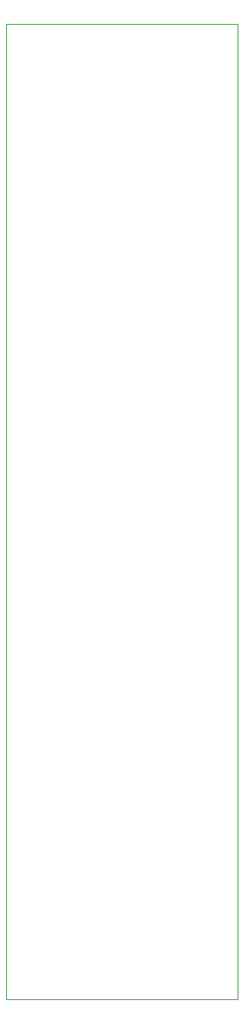
<source format=gbr>
G04 #@! TF.GenerationSoftware,KiCad,Pcbnew,(5.1.5)-3*
G04 #@! TF.CreationDate,2020-03-27T15:51:16+00:00*
G04 #@! TF.ProjectId,wagyu,77616779-752e-46b6-9963-61645f706362,rev?*
G04 #@! TF.SameCoordinates,Original*
G04 #@! TF.FileFunction,Profile,NP*
%FSLAX46Y46*%
G04 Gerber Fmt 4.6, Leading zero omitted, Abs format (unit mm)*
G04 Created by KiCad (PCBNEW (5.1.5)-3) date 2020-03-27 15:51:16*
%MOMM*%
%LPD*%
G04 APERTURE LIST*
%ADD10C,0.050000*%
G04 APERTURE END LIST*
D10*
X25400000Y-132080000D02*
X25400000Y-25400000D01*
X50800000Y-132080000D02*
X25400000Y-132080000D01*
X50800000Y-25400000D02*
X50800000Y-132080000D01*
X25400000Y-25400000D02*
X50800000Y-25400000D01*
M02*

</source>
